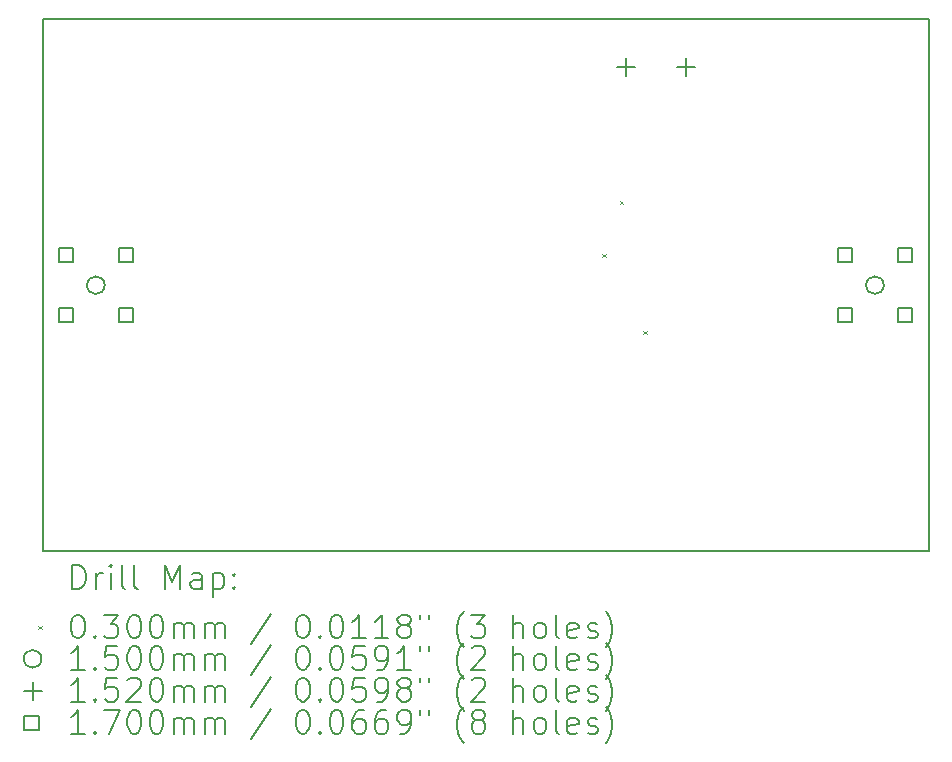
<source format=gbr>
%TF.GenerationSoftware,KiCad,Pcbnew,8.0.3*%
%TF.CreationDate,2024-06-21T17:49:07+08:00*%
%TF.ProjectId,LNA1690,4c4e4131-3639-4302-9e6b-696361645f70,rev?*%
%TF.SameCoordinates,Original*%
%TF.FileFunction,Drillmap*%
%TF.FilePolarity,Positive*%
%FSLAX45Y45*%
G04 Gerber Fmt 4.5, Leading zero omitted, Abs format (unit mm)*
G04 Created by KiCad (PCBNEW 8.0.3) date 2024-06-21 17:49:07*
%MOMM*%
%LPD*%
G01*
G04 APERTURE LIST*
%ADD10C,0.200000*%
%ADD11C,0.100000*%
%ADD12C,0.150000*%
%ADD13C,0.152000*%
%ADD14C,0.170000*%
G04 APERTURE END LIST*
D10*
X9500000Y-6000000D02*
X17000000Y-6000000D01*
X17000000Y-10500000D01*
X9500000Y-10500000D01*
X9500000Y-6000000D01*
D11*
X14235000Y-7985000D02*
X14265000Y-8015000D01*
X14265000Y-7985000D02*
X14235000Y-8015000D01*
X14385000Y-7535000D02*
X14415000Y-7565000D01*
X14415000Y-7535000D02*
X14385000Y-7565000D01*
X14585000Y-8635000D02*
X14615000Y-8665000D01*
X14615000Y-8635000D02*
X14585000Y-8665000D01*
D12*
X10025000Y-8250000D02*
G75*
G02*
X9875000Y-8250000I-75000J0D01*
G01*
X9875000Y-8250000D02*
G75*
G02*
X10025000Y-8250000I75000J0D01*
G01*
X16621000Y-8250000D02*
G75*
G02*
X16471000Y-8250000I-75000J0D01*
G01*
X16471000Y-8250000D02*
G75*
G02*
X16621000Y-8250000I75000J0D01*
G01*
D13*
X14442000Y-6324000D02*
X14442000Y-6476000D01*
X14366000Y-6400000D02*
X14518000Y-6400000D01*
X14950000Y-6324000D02*
X14950000Y-6476000D01*
X14874000Y-6400000D02*
X15026000Y-6400000D01*
D14*
X9756105Y-8056105D02*
X9756105Y-7935895D01*
X9635895Y-7935895D01*
X9635895Y-8056105D01*
X9756105Y-8056105D01*
X9756105Y-8564105D02*
X9756105Y-8443895D01*
X9635895Y-8443895D01*
X9635895Y-8564105D01*
X9756105Y-8564105D01*
X10264105Y-8056105D02*
X10264105Y-7935895D01*
X10143895Y-7935895D01*
X10143895Y-8056105D01*
X10264105Y-8056105D01*
X10264105Y-8564105D02*
X10264105Y-8443895D01*
X10143895Y-8443895D01*
X10143895Y-8564105D01*
X10264105Y-8564105D01*
X16352105Y-8056105D02*
X16352105Y-7935895D01*
X16231895Y-7935895D01*
X16231895Y-8056105D01*
X16352105Y-8056105D01*
X16352105Y-8564105D02*
X16352105Y-8443895D01*
X16231895Y-8443895D01*
X16231895Y-8564105D01*
X16352105Y-8564105D01*
X16860105Y-8056105D02*
X16860105Y-7935895D01*
X16739895Y-7935895D01*
X16739895Y-8056105D01*
X16860105Y-8056105D01*
X16860105Y-8564105D02*
X16860105Y-8443895D01*
X16739895Y-8443895D01*
X16739895Y-8564105D01*
X16860105Y-8564105D01*
D10*
X9750777Y-10821484D02*
X9750777Y-10621484D01*
X9750777Y-10621484D02*
X9798396Y-10621484D01*
X9798396Y-10621484D02*
X9826967Y-10631008D01*
X9826967Y-10631008D02*
X9846015Y-10650055D01*
X9846015Y-10650055D02*
X9855539Y-10669103D01*
X9855539Y-10669103D02*
X9865063Y-10707198D01*
X9865063Y-10707198D02*
X9865063Y-10735770D01*
X9865063Y-10735770D02*
X9855539Y-10773865D01*
X9855539Y-10773865D02*
X9846015Y-10792912D01*
X9846015Y-10792912D02*
X9826967Y-10811960D01*
X9826967Y-10811960D02*
X9798396Y-10821484D01*
X9798396Y-10821484D02*
X9750777Y-10821484D01*
X9950777Y-10821484D02*
X9950777Y-10688150D01*
X9950777Y-10726246D02*
X9960301Y-10707198D01*
X9960301Y-10707198D02*
X9969824Y-10697674D01*
X9969824Y-10697674D02*
X9988872Y-10688150D01*
X9988872Y-10688150D02*
X10007920Y-10688150D01*
X10074586Y-10821484D02*
X10074586Y-10688150D01*
X10074586Y-10621484D02*
X10065063Y-10631008D01*
X10065063Y-10631008D02*
X10074586Y-10640531D01*
X10074586Y-10640531D02*
X10084110Y-10631008D01*
X10084110Y-10631008D02*
X10074586Y-10621484D01*
X10074586Y-10621484D02*
X10074586Y-10640531D01*
X10198396Y-10821484D02*
X10179348Y-10811960D01*
X10179348Y-10811960D02*
X10169824Y-10792912D01*
X10169824Y-10792912D02*
X10169824Y-10621484D01*
X10303158Y-10821484D02*
X10284110Y-10811960D01*
X10284110Y-10811960D02*
X10274586Y-10792912D01*
X10274586Y-10792912D02*
X10274586Y-10621484D01*
X10531729Y-10821484D02*
X10531729Y-10621484D01*
X10531729Y-10621484D02*
X10598396Y-10764341D01*
X10598396Y-10764341D02*
X10665063Y-10621484D01*
X10665063Y-10621484D02*
X10665063Y-10821484D01*
X10846015Y-10821484D02*
X10846015Y-10716722D01*
X10846015Y-10716722D02*
X10836491Y-10697674D01*
X10836491Y-10697674D02*
X10817444Y-10688150D01*
X10817444Y-10688150D02*
X10779348Y-10688150D01*
X10779348Y-10688150D02*
X10760301Y-10697674D01*
X10846015Y-10811960D02*
X10826967Y-10821484D01*
X10826967Y-10821484D02*
X10779348Y-10821484D01*
X10779348Y-10821484D02*
X10760301Y-10811960D01*
X10760301Y-10811960D02*
X10750777Y-10792912D01*
X10750777Y-10792912D02*
X10750777Y-10773865D01*
X10750777Y-10773865D02*
X10760301Y-10754817D01*
X10760301Y-10754817D02*
X10779348Y-10745293D01*
X10779348Y-10745293D02*
X10826967Y-10745293D01*
X10826967Y-10745293D02*
X10846015Y-10735770D01*
X10941253Y-10688150D02*
X10941253Y-10888150D01*
X10941253Y-10697674D02*
X10960301Y-10688150D01*
X10960301Y-10688150D02*
X10998396Y-10688150D01*
X10998396Y-10688150D02*
X11017444Y-10697674D01*
X11017444Y-10697674D02*
X11026967Y-10707198D01*
X11026967Y-10707198D02*
X11036491Y-10726246D01*
X11036491Y-10726246D02*
X11036491Y-10783389D01*
X11036491Y-10783389D02*
X11026967Y-10802436D01*
X11026967Y-10802436D02*
X11017444Y-10811960D01*
X11017444Y-10811960D02*
X10998396Y-10821484D01*
X10998396Y-10821484D02*
X10960301Y-10821484D01*
X10960301Y-10821484D02*
X10941253Y-10811960D01*
X11122205Y-10802436D02*
X11131729Y-10811960D01*
X11131729Y-10811960D02*
X11122205Y-10821484D01*
X11122205Y-10821484D02*
X11112682Y-10811960D01*
X11112682Y-10811960D02*
X11122205Y-10802436D01*
X11122205Y-10802436D02*
X11122205Y-10821484D01*
X11122205Y-10697674D02*
X11131729Y-10707198D01*
X11131729Y-10707198D02*
X11122205Y-10716722D01*
X11122205Y-10716722D02*
X11112682Y-10707198D01*
X11112682Y-10707198D02*
X11122205Y-10697674D01*
X11122205Y-10697674D02*
X11122205Y-10716722D01*
D11*
X9460000Y-11135000D02*
X9490000Y-11165000D01*
X9490000Y-11135000D02*
X9460000Y-11165000D01*
D10*
X9788872Y-11041484D02*
X9807920Y-11041484D01*
X9807920Y-11041484D02*
X9826967Y-11051008D01*
X9826967Y-11051008D02*
X9836491Y-11060531D01*
X9836491Y-11060531D02*
X9846015Y-11079579D01*
X9846015Y-11079579D02*
X9855539Y-11117674D01*
X9855539Y-11117674D02*
X9855539Y-11165293D01*
X9855539Y-11165293D02*
X9846015Y-11203388D01*
X9846015Y-11203388D02*
X9836491Y-11222436D01*
X9836491Y-11222436D02*
X9826967Y-11231960D01*
X9826967Y-11231960D02*
X9807920Y-11241484D01*
X9807920Y-11241484D02*
X9788872Y-11241484D01*
X9788872Y-11241484D02*
X9769824Y-11231960D01*
X9769824Y-11231960D02*
X9760301Y-11222436D01*
X9760301Y-11222436D02*
X9750777Y-11203388D01*
X9750777Y-11203388D02*
X9741253Y-11165293D01*
X9741253Y-11165293D02*
X9741253Y-11117674D01*
X9741253Y-11117674D02*
X9750777Y-11079579D01*
X9750777Y-11079579D02*
X9760301Y-11060531D01*
X9760301Y-11060531D02*
X9769824Y-11051008D01*
X9769824Y-11051008D02*
X9788872Y-11041484D01*
X9941253Y-11222436D02*
X9950777Y-11231960D01*
X9950777Y-11231960D02*
X9941253Y-11241484D01*
X9941253Y-11241484D02*
X9931729Y-11231960D01*
X9931729Y-11231960D02*
X9941253Y-11222436D01*
X9941253Y-11222436D02*
X9941253Y-11241484D01*
X10017444Y-11041484D02*
X10141253Y-11041484D01*
X10141253Y-11041484D02*
X10074586Y-11117674D01*
X10074586Y-11117674D02*
X10103158Y-11117674D01*
X10103158Y-11117674D02*
X10122205Y-11127198D01*
X10122205Y-11127198D02*
X10131729Y-11136722D01*
X10131729Y-11136722D02*
X10141253Y-11155770D01*
X10141253Y-11155770D02*
X10141253Y-11203388D01*
X10141253Y-11203388D02*
X10131729Y-11222436D01*
X10131729Y-11222436D02*
X10122205Y-11231960D01*
X10122205Y-11231960D02*
X10103158Y-11241484D01*
X10103158Y-11241484D02*
X10046015Y-11241484D01*
X10046015Y-11241484D02*
X10026967Y-11231960D01*
X10026967Y-11231960D02*
X10017444Y-11222436D01*
X10265063Y-11041484D02*
X10284110Y-11041484D01*
X10284110Y-11041484D02*
X10303158Y-11051008D01*
X10303158Y-11051008D02*
X10312682Y-11060531D01*
X10312682Y-11060531D02*
X10322205Y-11079579D01*
X10322205Y-11079579D02*
X10331729Y-11117674D01*
X10331729Y-11117674D02*
X10331729Y-11165293D01*
X10331729Y-11165293D02*
X10322205Y-11203388D01*
X10322205Y-11203388D02*
X10312682Y-11222436D01*
X10312682Y-11222436D02*
X10303158Y-11231960D01*
X10303158Y-11231960D02*
X10284110Y-11241484D01*
X10284110Y-11241484D02*
X10265063Y-11241484D01*
X10265063Y-11241484D02*
X10246015Y-11231960D01*
X10246015Y-11231960D02*
X10236491Y-11222436D01*
X10236491Y-11222436D02*
X10226967Y-11203388D01*
X10226967Y-11203388D02*
X10217444Y-11165293D01*
X10217444Y-11165293D02*
X10217444Y-11117674D01*
X10217444Y-11117674D02*
X10226967Y-11079579D01*
X10226967Y-11079579D02*
X10236491Y-11060531D01*
X10236491Y-11060531D02*
X10246015Y-11051008D01*
X10246015Y-11051008D02*
X10265063Y-11041484D01*
X10455539Y-11041484D02*
X10474586Y-11041484D01*
X10474586Y-11041484D02*
X10493634Y-11051008D01*
X10493634Y-11051008D02*
X10503158Y-11060531D01*
X10503158Y-11060531D02*
X10512682Y-11079579D01*
X10512682Y-11079579D02*
X10522205Y-11117674D01*
X10522205Y-11117674D02*
X10522205Y-11165293D01*
X10522205Y-11165293D02*
X10512682Y-11203388D01*
X10512682Y-11203388D02*
X10503158Y-11222436D01*
X10503158Y-11222436D02*
X10493634Y-11231960D01*
X10493634Y-11231960D02*
X10474586Y-11241484D01*
X10474586Y-11241484D02*
X10455539Y-11241484D01*
X10455539Y-11241484D02*
X10436491Y-11231960D01*
X10436491Y-11231960D02*
X10426967Y-11222436D01*
X10426967Y-11222436D02*
X10417444Y-11203388D01*
X10417444Y-11203388D02*
X10407920Y-11165293D01*
X10407920Y-11165293D02*
X10407920Y-11117674D01*
X10407920Y-11117674D02*
X10417444Y-11079579D01*
X10417444Y-11079579D02*
X10426967Y-11060531D01*
X10426967Y-11060531D02*
X10436491Y-11051008D01*
X10436491Y-11051008D02*
X10455539Y-11041484D01*
X10607920Y-11241484D02*
X10607920Y-11108150D01*
X10607920Y-11127198D02*
X10617444Y-11117674D01*
X10617444Y-11117674D02*
X10636491Y-11108150D01*
X10636491Y-11108150D02*
X10665063Y-11108150D01*
X10665063Y-11108150D02*
X10684110Y-11117674D01*
X10684110Y-11117674D02*
X10693634Y-11136722D01*
X10693634Y-11136722D02*
X10693634Y-11241484D01*
X10693634Y-11136722D02*
X10703158Y-11117674D01*
X10703158Y-11117674D02*
X10722205Y-11108150D01*
X10722205Y-11108150D02*
X10750777Y-11108150D01*
X10750777Y-11108150D02*
X10769825Y-11117674D01*
X10769825Y-11117674D02*
X10779348Y-11136722D01*
X10779348Y-11136722D02*
X10779348Y-11241484D01*
X10874586Y-11241484D02*
X10874586Y-11108150D01*
X10874586Y-11127198D02*
X10884110Y-11117674D01*
X10884110Y-11117674D02*
X10903158Y-11108150D01*
X10903158Y-11108150D02*
X10931729Y-11108150D01*
X10931729Y-11108150D02*
X10950777Y-11117674D01*
X10950777Y-11117674D02*
X10960301Y-11136722D01*
X10960301Y-11136722D02*
X10960301Y-11241484D01*
X10960301Y-11136722D02*
X10969825Y-11117674D01*
X10969825Y-11117674D02*
X10988872Y-11108150D01*
X10988872Y-11108150D02*
X11017444Y-11108150D01*
X11017444Y-11108150D02*
X11036491Y-11117674D01*
X11036491Y-11117674D02*
X11046015Y-11136722D01*
X11046015Y-11136722D02*
X11046015Y-11241484D01*
X11436491Y-11031960D02*
X11265063Y-11289103D01*
X11693634Y-11041484D02*
X11712682Y-11041484D01*
X11712682Y-11041484D02*
X11731729Y-11051008D01*
X11731729Y-11051008D02*
X11741253Y-11060531D01*
X11741253Y-11060531D02*
X11750777Y-11079579D01*
X11750777Y-11079579D02*
X11760301Y-11117674D01*
X11760301Y-11117674D02*
X11760301Y-11165293D01*
X11760301Y-11165293D02*
X11750777Y-11203388D01*
X11750777Y-11203388D02*
X11741253Y-11222436D01*
X11741253Y-11222436D02*
X11731729Y-11231960D01*
X11731729Y-11231960D02*
X11712682Y-11241484D01*
X11712682Y-11241484D02*
X11693634Y-11241484D01*
X11693634Y-11241484D02*
X11674586Y-11231960D01*
X11674586Y-11231960D02*
X11665063Y-11222436D01*
X11665063Y-11222436D02*
X11655539Y-11203388D01*
X11655539Y-11203388D02*
X11646015Y-11165293D01*
X11646015Y-11165293D02*
X11646015Y-11117674D01*
X11646015Y-11117674D02*
X11655539Y-11079579D01*
X11655539Y-11079579D02*
X11665063Y-11060531D01*
X11665063Y-11060531D02*
X11674586Y-11051008D01*
X11674586Y-11051008D02*
X11693634Y-11041484D01*
X11846015Y-11222436D02*
X11855539Y-11231960D01*
X11855539Y-11231960D02*
X11846015Y-11241484D01*
X11846015Y-11241484D02*
X11836491Y-11231960D01*
X11836491Y-11231960D02*
X11846015Y-11222436D01*
X11846015Y-11222436D02*
X11846015Y-11241484D01*
X11979348Y-11041484D02*
X11998396Y-11041484D01*
X11998396Y-11041484D02*
X12017444Y-11051008D01*
X12017444Y-11051008D02*
X12026967Y-11060531D01*
X12026967Y-11060531D02*
X12036491Y-11079579D01*
X12036491Y-11079579D02*
X12046015Y-11117674D01*
X12046015Y-11117674D02*
X12046015Y-11165293D01*
X12046015Y-11165293D02*
X12036491Y-11203388D01*
X12036491Y-11203388D02*
X12026967Y-11222436D01*
X12026967Y-11222436D02*
X12017444Y-11231960D01*
X12017444Y-11231960D02*
X11998396Y-11241484D01*
X11998396Y-11241484D02*
X11979348Y-11241484D01*
X11979348Y-11241484D02*
X11960301Y-11231960D01*
X11960301Y-11231960D02*
X11950777Y-11222436D01*
X11950777Y-11222436D02*
X11941253Y-11203388D01*
X11941253Y-11203388D02*
X11931729Y-11165293D01*
X11931729Y-11165293D02*
X11931729Y-11117674D01*
X11931729Y-11117674D02*
X11941253Y-11079579D01*
X11941253Y-11079579D02*
X11950777Y-11060531D01*
X11950777Y-11060531D02*
X11960301Y-11051008D01*
X11960301Y-11051008D02*
X11979348Y-11041484D01*
X12236491Y-11241484D02*
X12122206Y-11241484D01*
X12179348Y-11241484D02*
X12179348Y-11041484D01*
X12179348Y-11041484D02*
X12160301Y-11070055D01*
X12160301Y-11070055D02*
X12141253Y-11089103D01*
X12141253Y-11089103D02*
X12122206Y-11098627D01*
X12426967Y-11241484D02*
X12312682Y-11241484D01*
X12369825Y-11241484D02*
X12369825Y-11041484D01*
X12369825Y-11041484D02*
X12350777Y-11070055D01*
X12350777Y-11070055D02*
X12331729Y-11089103D01*
X12331729Y-11089103D02*
X12312682Y-11098627D01*
X12541253Y-11127198D02*
X12522206Y-11117674D01*
X12522206Y-11117674D02*
X12512682Y-11108150D01*
X12512682Y-11108150D02*
X12503158Y-11089103D01*
X12503158Y-11089103D02*
X12503158Y-11079579D01*
X12503158Y-11079579D02*
X12512682Y-11060531D01*
X12512682Y-11060531D02*
X12522206Y-11051008D01*
X12522206Y-11051008D02*
X12541253Y-11041484D01*
X12541253Y-11041484D02*
X12579348Y-11041484D01*
X12579348Y-11041484D02*
X12598396Y-11051008D01*
X12598396Y-11051008D02*
X12607920Y-11060531D01*
X12607920Y-11060531D02*
X12617444Y-11079579D01*
X12617444Y-11079579D02*
X12617444Y-11089103D01*
X12617444Y-11089103D02*
X12607920Y-11108150D01*
X12607920Y-11108150D02*
X12598396Y-11117674D01*
X12598396Y-11117674D02*
X12579348Y-11127198D01*
X12579348Y-11127198D02*
X12541253Y-11127198D01*
X12541253Y-11127198D02*
X12522206Y-11136722D01*
X12522206Y-11136722D02*
X12512682Y-11146246D01*
X12512682Y-11146246D02*
X12503158Y-11165293D01*
X12503158Y-11165293D02*
X12503158Y-11203388D01*
X12503158Y-11203388D02*
X12512682Y-11222436D01*
X12512682Y-11222436D02*
X12522206Y-11231960D01*
X12522206Y-11231960D02*
X12541253Y-11241484D01*
X12541253Y-11241484D02*
X12579348Y-11241484D01*
X12579348Y-11241484D02*
X12598396Y-11231960D01*
X12598396Y-11231960D02*
X12607920Y-11222436D01*
X12607920Y-11222436D02*
X12617444Y-11203388D01*
X12617444Y-11203388D02*
X12617444Y-11165293D01*
X12617444Y-11165293D02*
X12607920Y-11146246D01*
X12607920Y-11146246D02*
X12598396Y-11136722D01*
X12598396Y-11136722D02*
X12579348Y-11127198D01*
X12693634Y-11041484D02*
X12693634Y-11079579D01*
X12769825Y-11041484D02*
X12769825Y-11079579D01*
X13065063Y-11317674D02*
X13055539Y-11308150D01*
X13055539Y-11308150D02*
X13036491Y-11279579D01*
X13036491Y-11279579D02*
X13026968Y-11260531D01*
X13026968Y-11260531D02*
X13017444Y-11231960D01*
X13017444Y-11231960D02*
X13007920Y-11184341D01*
X13007920Y-11184341D02*
X13007920Y-11146246D01*
X13007920Y-11146246D02*
X13017444Y-11098627D01*
X13017444Y-11098627D02*
X13026968Y-11070055D01*
X13026968Y-11070055D02*
X13036491Y-11051008D01*
X13036491Y-11051008D02*
X13055539Y-11022436D01*
X13055539Y-11022436D02*
X13065063Y-11012912D01*
X13122206Y-11041484D02*
X13246015Y-11041484D01*
X13246015Y-11041484D02*
X13179348Y-11117674D01*
X13179348Y-11117674D02*
X13207920Y-11117674D01*
X13207920Y-11117674D02*
X13226968Y-11127198D01*
X13226968Y-11127198D02*
X13236491Y-11136722D01*
X13236491Y-11136722D02*
X13246015Y-11155770D01*
X13246015Y-11155770D02*
X13246015Y-11203388D01*
X13246015Y-11203388D02*
X13236491Y-11222436D01*
X13236491Y-11222436D02*
X13226968Y-11231960D01*
X13226968Y-11231960D02*
X13207920Y-11241484D01*
X13207920Y-11241484D02*
X13150777Y-11241484D01*
X13150777Y-11241484D02*
X13131729Y-11231960D01*
X13131729Y-11231960D02*
X13122206Y-11222436D01*
X13484110Y-11241484D02*
X13484110Y-11041484D01*
X13569825Y-11241484D02*
X13569825Y-11136722D01*
X13569825Y-11136722D02*
X13560301Y-11117674D01*
X13560301Y-11117674D02*
X13541253Y-11108150D01*
X13541253Y-11108150D02*
X13512682Y-11108150D01*
X13512682Y-11108150D02*
X13493634Y-11117674D01*
X13493634Y-11117674D02*
X13484110Y-11127198D01*
X13693634Y-11241484D02*
X13674587Y-11231960D01*
X13674587Y-11231960D02*
X13665063Y-11222436D01*
X13665063Y-11222436D02*
X13655539Y-11203388D01*
X13655539Y-11203388D02*
X13655539Y-11146246D01*
X13655539Y-11146246D02*
X13665063Y-11127198D01*
X13665063Y-11127198D02*
X13674587Y-11117674D01*
X13674587Y-11117674D02*
X13693634Y-11108150D01*
X13693634Y-11108150D02*
X13722206Y-11108150D01*
X13722206Y-11108150D02*
X13741253Y-11117674D01*
X13741253Y-11117674D02*
X13750777Y-11127198D01*
X13750777Y-11127198D02*
X13760301Y-11146246D01*
X13760301Y-11146246D02*
X13760301Y-11203388D01*
X13760301Y-11203388D02*
X13750777Y-11222436D01*
X13750777Y-11222436D02*
X13741253Y-11231960D01*
X13741253Y-11231960D02*
X13722206Y-11241484D01*
X13722206Y-11241484D02*
X13693634Y-11241484D01*
X13874587Y-11241484D02*
X13855539Y-11231960D01*
X13855539Y-11231960D02*
X13846015Y-11212912D01*
X13846015Y-11212912D02*
X13846015Y-11041484D01*
X14026968Y-11231960D02*
X14007920Y-11241484D01*
X14007920Y-11241484D02*
X13969825Y-11241484D01*
X13969825Y-11241484D02*
X13950777Y-11231960D01*
X13950777Y-11231960D02*
X13941253Y-11212912D01*
X13941253Y-11212912D02*
X13941253Y-11136722D01*
X13941253Y-11136722D02*
X13950777Y-11117674D01*
X13950777Y-11117674D02*
X13969825Y-11108150D01*
X13969825Y-11108150D02*
X14007920Y-11108150D01*
X14007920Y-11108150D02*
X14026968Y-11117674D01*
X14026968Y-11117674D02*
X14036491Y-11136722D01*
X14036491Y-11136722D02*
X14036491Y-11155770D01*
X14036491Y-11155770D02*
X13941253Y-11174817D01*
X14112682Y-11231960D02*
X14131730Y-11241484D01*
X14131730Y-11241484D02*
X14169825Y-11241484D01*
X14169825Y-11241484D02*
X14188872Y-11231960D01*
X14188872Y-11231960D02*
X14198396Y-11212912D01*
X14198396Y-11212912D02*
X14198396Y-11203388D01*
X14198396Y-11203388D02*
X14188872Y-11184341D01*
X14188872Y-11184341D02*
X14169825Y-11174817D01*
X14169825Y-11174817D02*
X14141253Y-11174817D01*
X14141253Y-11174817D02*
X14122206Y-11165293D01*
X14122206Y-11165293D02*
X14112682Y-11146246D01*
X14112682Y-11146246D02*
X14112682Y-11136722D01*
X14112682Y-11136722D02*
X14122206Y-11117674D01*
X14122206Y-11117674D02*
X14141253Y-11108150D01*
X14141253Y-11108150D02*
X14169825Y-11108150D01*
X14169825Y-11108150D02*
X14188872Y-11117674D01*
X14265063Y-11317674D02*
X14274587Y-11308150D01*
X14274587Y-11308150D02*
X14293634Y-11279579D01*
X14293634Y-11279579D02*
X14303158Y-11260531D01*
X14303158Y-11260531D02*
X14312682Y-11231960D01*
X14312682Y-11231960D02*
X14322206Y-11184341D01*
X14322206Y-11184341D02*
X14322206Y-11146246D01*
X14322206Y-11146246D02*
X14312682Y-11098627D01*
X14312682Y-11098627D02*
X14303158Y-11070055D01*
X14303158Y-11070055D02*
X14293634Y-11051008D01*
X14293634Y-11051008D02*
X14274587Y-11022436D01*
X14274587Y-11022436D02*
X14265063Y-11012912D01*
D12*
X9490000Y-11414000D02*
G75*
G02*
X9340000Y-11414000I-75000J0D01*
G01*
X9340000Y-11414000D02*
G75*
G02*
X9490000Y-11414000I75000J0D01*
G01*
D10*
X9855539Y-11505484D02*
X9741253Y-11505484D01*
X9798396Y-11505484D02*
X9798396Y-11305484D01*
X9798396Y-11305484D02*
X9779348Y-11334055D01*
X9779348Y-11334055D02*
X9760301Y-11353103D01*
X9760301Y-11353103D02*
X9741253Y-11362627D01*
X9941253Y-11486436D02*
X9950777Y-11495960D01*
X9950777Y-11495960D02*
X9941253Y-11505484D01*
X9941253Y-11505484D02*
X9931729Y-11495960D01*
X9931729Y-11495960D02*
X9941253Y-11486436D01*
X9941253Y-11486436D02*
X9941253Y-11505484D01*
X10131729Y-11305484D02*
X10036491Y-11305484D01*
X10036491Y-11305484D02*
X10026967Y-11400722D01*
X10026967Y-11400722D02*
X10036491Y-11391198D01*
X10036491Y-11391198D02*
X10055539Y-11381674D01*
X10055539Y-11381674D02*
X10103158Y-11381674D01*
X10103158Y-11381674D02*
X10122205Y-11391198D01*
X10122205Y-11391198D02*
X10131729Y-11400722D01*
X10131729Y-11400722D02*
X10141253Y-11419769D01*
X10141253Y-11419769D02*
X10141253Y-11467388D01*
X10141253Y-11467388D02*
X10131729Y-11486436D01*
X10131729Y-11486436D02*
X10122205Y-11495960D01*
X10122205Y-11495960D02*
X10103158Y-11505484D01*
X10103158Y-11505484D02*
X10055539Y-11505484D01*
X10055539Y-11505484D02*
X10036491Y-11495960D01*
X10036491Y-11495960D02*
X10026967Y-11486436D01*
X10265063Y-11305484D02*
X10284110Y-11305484D01*
X10284110Y-11305484D02*
X10303158Y-11315008D01*
X10303158Y-11315008D02*
X10312682Y-11324531D01*
X10312682Y-11324531D02*
X10322205Y-11343579D01*
X10322205Y-11343579D02*
X10331729Y-11381674D01*
X10331729Y-11381674D02*
X10331729Y-11429293D01*
X10331729Y-11429293D02*
X10322205Y-11467388D01*
X10322205Y-11467388D02*
X10312682Y-11486436D01*
X10312682Y-11486436D02*
X10303158Y-11495960D01*
X10303158Y-11495960D02*
X10284110Y-11505484D01*
X10284110Y-11505484D02*
X10265063Y-11505484D01*
X10265063Y-11505484D02*
X10246015Y-11495960D01*
X10246015Y-11495960D02*
X10236491Y-11486436D01*
X10236491Y-11486436D02*
X10226967Y-11467388D01*
X10226967Y-11467388D02*
X10217444Y-11429293D01*
X10217444Y-11429293D02*
X10217444Y-11381674D01*
X10217444Y-11381674D02*
X10226967Y-11343579D01*
X10226967Y-11343579D02*
X10236491Y-11324531D01*
X10236491Y-11324531D02*
X10246015Y-11315008D01*
X10246015Y-11315008D02*
X10265063Y-11305484D01*
X10455539Y-11305484D02*
X10474586Y-11305484D01*
X10474586Y-11305484D02*
X10493634Y-11315008D01*
X10493634Y-11315008D02*
X10503158Y-11324531D01*
X10503158Y-11324531D02*
X10512682Y-11343579D01*
X10512682Y-11343579D02*
X10522205Y-11381674D01*
X10522205Y-11381674D02*
X10522205Y-11429293D01*
X10522205Y-11429293D02*
X10512682Y-11467388D01*
X10512682Y-11467388D02*
X10503158Y-11486436D01*
X10503158Y-11486436D02*
X10493634Y-11495960D01*
X10493634Y-11495960D02*
X10474586Y-11505484D01*
X10474586Y-11505484D02*
X10455539Y-11505484D01*
X10455539Y-11505484D02*
X10436491Y-11495960D01*
X10436491Y-11495960D02*
X10426967Y-11486436D01*
X10426967Y-11486436D02*
X10417444Y-11467388D01*
X10417444Y-11467388D02*
X10407920Y-11429293D01*
X10407920Y-11429293D02*
X10407920Y-11381674D01*
X10407920Y-11381674D02*
X10417444Y-11343579D01*
X10417444Y-11343579D02*
X10426967Y-11324531D01*
X10426967Y-11324531D02*
X10436491Y-11315008D01*
X10436491Y-11315008D02*
X10455539Y-11305484D01*
X10607920Y-11505484D02*
X10607920Y-11372150D01*
X10607920Y-11391198D02*
X10617444Y-11381674D01*
X10617444Y-11381674D02*
X10636491Y-11372150D01*
X10636491Y-11372150D02*
X10665063Y-11372150D01*
X10665063Y-11372150D02*
X10684110Y-11381674D01*
X10684110Y-11381674D02*
X10693634Y-11400722D01*
X10693634Y-11400722D02*
X10693634Y-11505484D01*
X10693634Y-11400722D02*
X10703158Y-11381674D01*
X10703158Y-11381674D02*
X10722205Y-11372150D01*
X10722205Y-11372150D02*
X10750777Y-11372150D01*
X10750777Y-11372150D02*
X10769825Y-11381674D01*
X10769825Y-11381674D02*
X10779348Y-11400722D01*
X10779348Y-11400722D02*
X10779348Y-11505484D01*
X10874586Y-11505484D02*
X10874586Y-11372150D01*
X10874586Y-11391198D02*
X10884110Y-11381674D01*
X10884110Y-11381674D02*
X10903158Y-11372150D01*
X10903158Y-11372150D02*
X10931729Y-11372150D01*
X10931729Y-11372150D02*
X10950777Y-11381674D01*
X10950777Y-11381674D02*
X10960301Y-11400722D01*
X10960301Y-11400722D02*
X10960301Y-11505484D01*
X10960301Y-11400722D02*
X10969825Y-11381674D01*
X10969825Y-11381674D02*
X10988872Y-11372150D01*
X10988872Y-11372150D02*
X11017444Y-11372150D01*
X11017444Y-11372150D02*
X11036491Y-11381674D01*
X11036491Y-11381674D02*
X11046015Y-11400722D01*
X11046015Y-11400722D02*
X11046015Y-11505484D01*
X11436491Y-11295960D02*
X11265063Y-11553103D01*
X11693634Y-11305484D02*
X11712682Y-11305484D01*
X11712682Y-11305484D02*
X11731729Y-11315008D01*
X11731729Y-11315008D02*
X11741253Y-11324531D01*
X11741253Y-11324531D02*
X11750777Y-11343579D01*
X11750777Y-11343579D02*
X11760301Y-11381674D01*
X11760301Y-11381674D02*
X11760301Y-11429293D01*
X11760301Y-11429293D02*
X11750777Y-11467388D01*
X11750777Y-11467388D02*
X11741253Y-11486436D01*
X11741253Y-11486436D02*
X11731729Y-11495960D01*
X11731729Y-11495960D02*
X11712682Y-11505484D01*
X11712682Y-11505484D02*
X11693634Y-11505484D01*
X11693634Y-11505484D02*
X11674586Y-11495960D01*
X11674586Y-11495960D02*
X11665063Y-11486436D01*
X11665063Y-11486436D02*
X11655539Y-11467388D01*
X11655539Y-11467388D02*
X11646015Y-11429293D01*
X11646015Y-11429293D02*
X11646015Y-11381674D01*
X11646015Y-11381674D02*
X11655539Y-11343579D01*
X11655539Y-11343579D02*
X11665063Y-11324531D01*
X11665063Y-11324531D02*
X11674586Y-11315008D01*
X11674586Y-11315008D02*
X11693634Y-11305484D01*
X11846015Y-11486436D02*
X11855539Y-11495960D01*
X11855539Y-11495960D02*
X11846015Y-11505484D01*
X11846015Y-11505484D02*
X11836491Y-11495960D01*
X11836491Y-11495960D02*
X11846015Y-11486436D01*
X11846015Y-11486436D02*
X11846015Y-11505484D01*
X11979348Y-11305484D02*
X11998396Y-11305484D01*
X11998396Y-11305484D02*
X12017444Y-11315008D01*
X12017444Y-11315008D02*
X12026967Y-11324531D01*
X12026967Y-11324531D02*
X12036491Y-11343579D01*
X12036491Y-11343579D02*
X12046015Y-11381674D01*
X12046015Y-11381674D02*
X12046015Y-11429293D01*
X12046015Y-11429293D02*
X12036491Y-11467388D01*
X12036491Y-11467388D02*
X12026967Y-11486436D01*
X12026967Y-11486436D02*
X12017444Y-11495960D01*
X12017444Y-11495960D02*
X11998396Y-11505484D01*
X11998396Y-11505484D02*
X11979348Y-11505484D01*
X11979348Y-11505484D02*
X11960301Y-11495960D01*
X11960301Y-11495960D02*
X11950777Y-11486436D01*
X11950777Y-11486436D02*
X11941253Y-11467388D01*
X11941253Y-11467388D02*
X11931729Y-11429293D01*
X11931729Y-11429293D02*
X11931729Y-11381674D01*
X11931729Y-11381674D02*
X11941253Y-11343579D01*
X11941253Y-11343579D02*
X11950777Y-11324531D01*
X11950777Y-11324531D02*
X11960301Y-11315008D01*
X11960301Y-11315008D02*
X11979348Y-11305484D01*
X12226967Y-11305484D02*
X12131729Y-11305484D01*
X12131729Y-11305484D02*
X12122206Y-11400722D01*
X12122206Y-11400722D02*
X12131729Y-11391198D01*
X12131729Y-11391198D02*
X12150777Y-11381674D01*
X12150777Y-11381674D02*
X12198396Y-11381674D01*
X12198396Y-11381674D02*
X12217444Y-11391198D01*
X12217444Y-11391198D02*
X12226967Y-11400722D01*
X12226967Y-11400722D02*
X12236491Y-11419769D01*
X12236491Y-11419769D02*
X12236491Y-11467388D01*
X12236491Y-11467388D02*
X12226967Y-11486436D01*
X12226967Y-11486436D02*
X12217444Y-11495960D01*
X12217444Y-11495960D02*
X12198396Y-11505484D01*
X12198396Y-11505484D02*
X12150777Y-11505484D01*
X12150777Y-11505484D02*
X12131729Y-11495960D01*
X12131729Y-11495960D02*
X12122206Y-11486436D01*
X12331729Y-11505484D02*
X12369825Y-11505484D01*
X12369825Y-11505484D02*
X12388872Y-11495960D01*
X12388872Y-11495960D02*
X12398396Y-11486436D01*
X12398396Y-11486436D02*
X12417444Y-11457865D01*
X12417444Y-11457865D02*
X12426967Y-11419769D01*
X12426967Y-11419769D02*
X12426967Y-11343579D01*
X12426967Y-11343579D02*
X12417444Y-11324531D01*
X12417444Y-11324531D02*
X12407920Y-11315008D01*
X12407920Y-11315008D02*
X12388872Y-11305484D01*
X12388872Y-11305484D02*
X12350777Y-11305484D01*
X12350777Y-11305484D02*
X12331729Y-11315008D01*
X12331729Y-11315008D02*
X12322206Y-11324531D01*
X12322206Y-11324531D02*
X12312682Y-11343579D01*
X12312682Y-11343579D02*
X12312682Y-11391198D01*
X12312682Y-11391198D02*
X12322206Y-11410246D01*
X12322206Y-11410246D02*
X12331729Y-11419769D01*
X12331729Y-11419769D02*
X12350777Y-11429293D01*
X12350777Y-11429293D02*
X12388872Y-11429293D01*
X12388872Y-11429293D02*
X12407920Y-11419769D01*
X12407920Y-11419769D02*
X12417444Y-11410246D01*
X12417444Y-11410246D02*
X12426967Y-11391198D01*
X12617444Y-11505484D02*
X12503158Y-11505484D01*
X12560301Y-11505484D02*
X12560301Y-11305484D01*
X12560301Y-11305484D02*
X12541253Y-11334055D01*
X12541253Y-11334055D02*
X12522206Y-11353103D01*
X12522206Y-11353103D02*
X12503158Y-11362627D01*
X12693634Y-11305484D02*
X12693634Y-11343579D01*
X12769825Y-11305484D02*
X12769825Y-11343579D01*
X13065063Y-11581674D02*
X13055539Y-11572150D01*
X13055539Y-11572150D02*
X13036491Y-11543579D01*
X13036491Y-11543579D02*
X13026968Y-11524531D01*
X13026968Y-11524531D02*
X13017444Y-11495960D01*
X13017444Y-11495960D02*
X13007920Y-11448341D01*
X13007920Y-11448341D02*
X13007920Y-11410246D01*
X13007920Y-11410246D02*
X13017444Y-11362627D01*
X13017444Y-11362627D02*
X13026968Y-11334055D01*
X13026968Y-11334055D02*
X13036491Y-11315008D01*
X13036491Y-11315008D02*
X13055539Y-11286436D01*
X13055539Y-11286436D02*
X13065063Y-11276912D01*
X13131729Y-11324531D02*
X13141253Y-11315008D01*
X13141253Y-11315008D02*
X13160301Y-11305484D01*
X13160301Y-11305484D02*
X13207920Y-11305484D01*
X13207920Y-11305484D02*
X13226968Y-11315008D01*
X13226968Y-11315008D02*
X13236491Y-11324531D01*
X13236491Y-11324531D02*
X13246015Y-11343579D01*
X13246015Y-11343579D02*
X13246015Y-11362627D01*
X13246015Y-11362627D02*
X13236491Y-11391198D01*
X13236491Y-11391198D02*
X13122206Y-11505484D01*
X13122206Y-11505484D02*
X13246015Y-11505484D01*
X13484110Y-11505484D02*
X13484110Y-11305484D01*
X13569825Y-11505484D02*
X13569825Y-11400722D01*
X13569825Y-11400722D02*
X13560301Y-11381674D01*
X13560301Y-11381674D02*
X13541253Y-11372150D01*
X13541253Y-11372150D02*
X13512682Y-11372150D01*
X13512682Y-11372150D02*
X13493634Y-11381674D01*
X13493634Y-11381674D02*
X13484110Y-11391198D01*
X13693634Y-11505484D02*
X13674587Y-11495960D01*
X13674587Y-11495960D02*
X13665063Y-11486436D01*
X13665063Y-11486436D02*
X13655539Y-11467388D01*
X13655539Y-11467388D02*
X13655539Y-11410246D01*
X13655539Y-11410246D02*
X13665063Y-11391198D01*
X13665063Y-11391198D02*
X13674587Y-11381674D01*
X13674587Y-11381674D02*
X13693634Y-11372150D01*
X13693634Y-11372150D02*
X13722206Y-11372150D01*
X13722206Y-11372150D02*
X13741253Y-11381674D01*
X13741253Y-11381674D02*
X13750777Y-11391198D01*
X13750777Y-11391198D02*
X13760301Y-11410246D01*
X13760301Y-11410246D02*
X13760301Y-11467388D01*
X13760301Y-11467388D02*
X13750777Y-11486436D01*
X13750777Y-11486436D02*
X13741253Y-11495960D01*
X13741253Y-11495960D02*
X13722206Y-11505484D01*
X13722206Y-11505484D02*
X13693634Y-11505484D01*
X13874587Y-11505484D02*
X13855539Y-11495960D01*
X13855539Y-11495960D02*
X13846015Y-11476912D01*
X13846015Y-11476912D02*
X13846015Y-11305484D01*
X14026968Y-11495960D02*
X14007920Y-11505484D01*
X14007920Y-11505484D02*
X13969825Y-11505484D01*
X13969825Y-11505484D02*
X13950777Y-11495960D01*
X13950777Y-11495960D02*
X13941253Y-11476912D01*
X13941253Y-11476912D02*
X13941253Y-11400722D01*
X13941253Y-11400722D02*
X13950777Y-11381674D01*
X13950777Y-11381674D02*
X13969825Y-11372150D01*
X13969825Y-11372150D02*
X14007920Y-11372150D01*
X14007920Y-11372150D02*
X14026968Y-11381674D01*
X14026968Y-11381674D02*
X14036491Y-11400722D01*
X14036491Y-11400722D02*
X14036491Y-11419769D01*
X14036491Y-11419769D02*
X13941253Y-11438817D01*
X14112682Y-11495960D02*
X14131730Y-11505484D01*
X14131730Y-11505484D02*
X14169825Y-11505484D01*
X14169825Y-11505484D02*
X14188872Y-11495960D01*
X14188872Y-11495960D02*
X14198396Y-11476912D01*
X14198396Y-11476912D02*
X14198396Y-11467388D01*
X14198396Y-11467388D02*
X14188872Y-11448341D01*
X14188872Y-11448341D02*
X14169825Y-11438817D01*
X14169825Y-11438817D02*
X14141253Y-11438817D01*
X14141253Y-11438817D02*
X14122206Y-11429293D01*
X14122206Y-11429293D02*
X14112682Y-11410246D01*
X14112682Y-11410246D02*
X14112682Y-11400722D01*
X14112682Y-11400722D02*
X14122206Y-11381674D01*
X14122206Y-11381674D02*
X14141253Y-11372150D01*
X14141253Y-11372150D02*
X14169825Y-11372150D01*
X14169825Y-11372150D02*
X14188872Y-11381674D01*
X14265063Y-11581674D02*
X14274587Y-11572150D01*
X14274587Y-11572150D02*
X14293634Y-11543579D01*
X14293634Y-11543579D02*
X14303158Y-11524531D01*
X14303158Y-11524531D02*
X14312682Y-11495960D01*
X14312682Y-11495960D02*
X14322206Y-11448341D01*
X14322206Y-11448341D02*
X14322206Y-11410246D01*
X14322206Y-11410246D02*
X14312682Y-11362627D01*
X14312682Y-11362627D02*
X14303158Y-11334055D01*
X14303158Y-11334055D02*
X14293634Y-11315008D01*
X14293634Y-11315008D02*
X14274587Y-11286436D01*
X14274587Y-11286436D02*
X14265063Y-11276912D01*
D13*
X9414000Y-11608000D02*
X9414000Y-11760000D01*
X9338000Y-11684000D02*
X9490000Y-11684000D01*
D10*
X9855539Y-11775484D02*
X9741253Y-11775484D01*
X9798396Y-11775484D02*
X9798396Y-11575484D01*
X9798396Y-11575484D02*
X9779348Y-11604055D01*
X9779348Y-11604055D02*
X9760301Y-11623103D01*
X9760301Y-11623103D02*
X9741253Y-11632627D01*
X9941253Y-11756436D02*
X9950777Y-11765960D01*
X9950777Y-11765960D02*
X9941253Y-11775484D01*
X9941253Y-11775484D02*
X9931729Y-11765960D01*
X9931729Y-11765960D02*
X9941253Y-11756436D01*
X9941253Y-11756436D02*
X9941253Y-11775484D01*
X10131729Y-11575484D02*
X10036491Y-11575484D01*
X10036491Y-11575484D02*
X10026967Y-11670722D01*
X10026967Y-11670722D02*
X10036491Y-11661198D01*
X10036491Y-11661198D02*
X10055539Y-11651674D01*
X10055539Y-11651674D02*
X10103158Y-11651674D01*
X10103158Y-11651674D02*
X10122205Y-11661198D01*
X10122205Y-11661198D02*
X10131729Y-11670722D01*
X10131729Y-11670722D02*
X10141253Y-11689769D01*
X10141253Y-11689769D02*
X10141253Y-11737388D01*
X10141253Y-11737388D02*
X10131729Y-11756436D01*
X10131729Y-11756436D02*
X10122205Y-11765960D01*
X10122205Y-11765960D02*
X10103158Y-11775484D01*
X10103158Y-11775484D02*
X10055539Y-11775484D01*
X10055539Y-11775484D02*
X10036491Y-11765960D01*
X10036491Y-11765960D02*
X10026967Y-11756436D01*
X10217444Y-11594531D02*
X10226967Y-11585008D01*
X10226967Y-11585008D02*
X10246015Y-11575484D01*
X10246015Y-11575484D02*
X10293634Y-11575484D01*
X10293634Y-11575484D02*
X10312682Y-11585008D01*
X10312682Y-11585008D02*
X10322205Y-11594531D01*
X10322205Y-11594531D02*
X10331729Y-11613579D01*
X10331729Y-11613579D02*
X10331729Y-11632627D01*
X10331729Y-11632627D02*
X10322205Y-11661198D01*
X10322205Y-11661198D02*
X10207920Y-11775484D01*
X10207920Y-11775484D02*
X10331729Y-11775484D01*
X10455539Y-11575484D02*
X10474586Y-11575484D01*
X10474586Y-11575484D02*
X10493634Y-11585008D01*
X10493634Y-11585008D02*
X10503158Y-11594531D01*
X10503158Y-11594531D02*
X10512682Y-11613579D01*
X10512682Y-11613579D02*
X10522205Y-11651674D01*
X10522205Y-11651674D02*
X10522205Y-11699293D01*
X10522205Y-11699293D02*
X10512682Y-11737388D01*
X10512682Y-11737388D02*
X10503158Y-11756436D01*
X10503158Y-11756436D02*
X10493634Y-11765960D01*
X10493634Y-11765960D02*
X10474586Y-11775484D01*
X10474586Y-11775484D02*
X10455539Y-11775484D01*
X10455539Y-11775484D02*
X10436491Y-11765960D01*
X10436491Y-11765960D02*
X10426967Y-11756436D01*
X10426967Y-11756436D02*
X10417444Y-11737388D01*
X10417444Y-11737388D02*
X10407920Y-11699293D01*
X10407920Y-11699293D02*
X10407920Y-11651674D01*
X10407920Y-11651674D02*
X10417444Y-11613579D01*
X10417444Y-11613579D02*
X10426967Y-11594531D01*
X10426967Y-11594531D02*
X10436491Y-11585008D01*
X10436491Y-11585008D02*
X10455539Y-11575484D01*
X10607920Y-11775484D02*
X10607920Y-11642150D01*
X10607920Y-11661198D02*
X10617444Y-11651674D01*
X10617444Y-11651674D02*
X10636491Y-11642150D01*
X10636491Y-11642150D02*
X10665063Y-11642150D01*
X10665063Y-11642150D02*
X10684110Y-11651674D01*
X10684110Y-11651674D02*
X10693634Y-11670722D01*
X10693634Y-11670722D02*
X10693634Y-11775484D01*
X10693634Y-11670722D02*
X10703158Y-11651674D01*
X10703158Y-11651674D02*
X10722205Y-11642150D01*
X10722205Y-11642150D02*
X10750777Y-11642150D01*
X10750777Y-11642150D02*
X10769825Y-11651674D01*
X10769825Y-11651674D02*
X10779348Y-11670722D01*
X10779348Y-11670722D02*
X10779348Y-11775484D01*
X10874586Y-11775484D02*
X10874586Y-11642150D01*
X10874586Y-11661198D02*
X10884110Y-11651674D01*
X10884110Y-11651674D02*
X10903158Y-11642150D01*
X10903158Y-11642150D02*
X10931729Y-11642150D01*
X10931729Y-11642150D02*
X10950777Y-11651674D01*
X10950777Y-11651674D02*
X10960301Y-11670722D01*
X10960301Y-11670722D02*
X10960301Y-11775484D01*
X10960301Y-11670722D02*
X10969825Y-11651674D01*
X10969825Y-11651674D02*
X10988872Y-11642150D01*
X10988872Y-11642150D02*
X11017444Y-11642150D01*
X11017444Y-11642150D02*
X11036491Y-11651674D01*
X11036491Y-11651674D02*
X11046015Y-11670722D01*
X11046015Y-11670722D02*
X11046015Y-11775484D01*
X11436491Y-11565960D02*
X11265063Y-11823103D01*
X11693634Y-11575484D02*
X11712682Y-11575484D01*
X11712682Y-11575484D02*
X11731729Y-11585008D01*
X11731729Y-11585008D02*
X11741253Y-11594531D01*
X11741253Y-11594531D02*
X11750777Y-11613579D01*
X11750777Y-11613579D02*
X11760301Y-11651674D01*
X11760301Y-11651674D02*
X11760301Y-11699293D01*
X11760301Y-11699293D02*
X11750777Y-11737388D01*
X11750777Y-11737388D02*
X11741253Y-11756436D01*
X11741253Y-11756436D02*
X11731729Y-11765960D01*
X11731729Y-11765960D02*
X11712682Y-11775484D01*
X11712682Y-11775484D02*
X11693634Y-11775484D01*
X11693634Y-11775484D02*
X11674586Y-11765960D01*
X11674586Y-11765960D02*
X11665063Y-11756436D01*
X11665063Y-11756436D02*
X11655539Y-11737388D01*
X11655539Y-11737388D02*
X11646015Y-11699293D01*
X11646015Y-11699293D02*
X11646015Y-11651674D01*
X11646015Y-11651674D02*
X11655539Y-11613579D01*
X11655539Y-11613579D02*
X11665063Y-11594531D01*
X11665063Y-11594531D02*
X11674586Y-11585008D01*
X11674586Y-11585008D02*
X11693634Y-11575484D01*
X11846015Y-11756436D02*
X11855539Y-11765960D01*
X11855539Y-11765960D02*
X11846015Y-11775484D01*
X11846015Y-11775484D02*
X11836491Y-11765960D01*
X11836491Y-11765960D02*
X11846015Y-11756436D01*
X11846015Y-11756436D02*
X11846015Y-11775484D01*
X11979348Y-11575484D02*
X11998396Y-11575484D01*
X11998396Y-11575484D02*
X12017444Y-11585008D01*
X12017444Y-11585008D02*
X12026967Y-11594531D01*
X12026967Y-11594531D02*
X12036491Y-11613579D01*
X12036491Y-11613579D02*
X12046015Y-11651674D01*
X12046015Y-11651674D02*
X12046015Y-11699293D01*
X12046015Y-11699293D02*
X12036491Y-11737388D01*
X12036491Y-11737388D02*
X12026967Y-11756436D01*
X12026967Y-11756436D02*
X12017444Y-11765960D01*
X12017444Y-11765960D02*
X11998396Y-11775484D01*
X11998396Y-11775484D02*
X11979348Y-11775484D01*
X11979348Y-11775484D02*
X11960301Y-11765960D01*
X11960301Y-11765960D02*
X11950777Y-11756436D01*
X11950777Y-11756436D02*
X11941253Y-11737388D01*
X11941253Y-11737388D02*
X11931729Y-11699293D01*
X11931729Y-11699293D02*
X11931729Y-11651674D01*
X11931729Y-11651674D02*
X11941253Y-11613579D01*
X11941253Y-11613579D02*
X11950777Y-11594531D01*
X11950777Y-11594531D02*
X11960301Y-11585008D01*
X11960301Y-11585008D02*
X11979348Y-11575484D01*
X12226967Y-11575484D02*
X12131729Y-11575484D01*
X12131729Y-11575484D02*
X12122206Y-11670722D01*
X12122206Y-11670722D02*
X12131729Y-11661198D01*
X12131729Y-11661198D02*
X12150777Y-11651674D01*
X12150777Y-11651674D02*
X12198396Y-11651674D01*
X12198396Y-11651674D02*
X12217444Y-11661198D01*
X12217444Y-11661198D02*
X12226967Y-11670722D01*
X12226967Y-11670722D02*
X12236491Y-11689769D01*
X12236491Y-11689769D02*
X12236491Y-11737388D01*
X12236491Y-11737388D02*
X12226967Y-11756436D01*
X12226967Y-11756436D02*
X12217444Y-11765960D01*
X12217444Y-11765960D02*
X12198396Y-11775484D01*
X12198396Y-11775484D02*
X12150777Y-11775484D01*
X12150777Y-11775484D02*
X12131729Y-11765960D01*
X12131729Y-11765960D02*
X12122206Y-11756436D01*
X12331729Y-11775484D02*
X12369825Y-11775484D01*
X12369825Y-11775484D02*
X12388872Y-11765960D01*
X12388872Y-11765960D02*
X12398396Y-11756436D01*
X12398396Y-11756436D02*
X12417444Y-11727865D01*
X12417444Y-11727865D02*
X12426967Y-11689769D01*
X12426967Y-11689769D02*
X12426967Y-11613579D01*
X12426967Y-11613579D02*
X12417444Y-11594531D01*
X12417444Y-11594531D02*
X12407920Y-11585008D01*
X12407920Y-11585008D02*
X12388872Y-11575484D01*
X12388872Y-11575484D02*
X12350777Y-11575484D01*
X12350777Y-11575484D02*
X12331729Y-11585008D01*
X12331729Y-11585008D02*
X12322206Y-11594531D01*
X12322206Y-11594531D02*
X12312682Y-11613579D01*
X12312682Y-11613579D02*
X12312682Y-11661198D01*
X12312682Y-11661198D02*
X12322206Y-11680246D01*
X12322206Y-11680246D02*
X12331729Y-11689769D01*
X12331729Y-11689769D02*
X12350777Y-11699293D01*
X12350777Y-11699293D02*
X12388872Y-11699293D01*
X12388872Y-11699293D02*
X12407920Y-11689769D01*
X12407920Y-11689769D02*
X12417444Y-11680246D01*
X12417444Y-11680246D02*
X12426967Y-11661198D01*
X12541253Y-11661198D02*
X12522206Y-11651674D01*
X12522206Y-11651674D02*
X12512682Y-11642150D01*
X12512682Y-11642150D02*
X12503158Y-11623103D01*
X12503158Y-11623103D02*
X12503158Y-11613579D01*
X12503158Y-11613579D02*
X12512682Y-11594531D01*
X12512682Y-11594531D02*
X12522206Y-11585008D01*
X12522206Y-11585008D02*
X12541253Y-11575484D01*
X12541253Y-11575484D02*
X12579348Y-11575484D01*
X12579348Y-11575484D02*
X12598396Y-11585008D01*
X12598396Y-11585008D02*
X12607920Y-11594531D01*
X12607920Y-11594531D02*
X12617444Y-11613579D01*
X12617444Y-11613579D02*
X12617444Y-11623103D01*
X12617444Y-11623103D02*
X12607920Y-11642150D01*
X12607920Y-11642150D02*
X12598396Y-11651674D01*
X12598396Y-11651674D02*
X12579348Y-11661198D01*
X12579348Y-11661198D02*
X12541253Y-11661198D01*
X12541253Y-11661198D02*
X12522206Y-11670722D01*
X12522206Y-11670722D02*
X12512682Y-11680246D01*
X12512682Y-11680246D02*
X12503158Y-11699293D01*
X12503158Y-11699293D02*
X12503158Y-11737388D01*
X12503158Y-11737388D02*
X12512682Y-11756436D01*
X12512682Y-11756436D02*
X12522206Y-11765960D01*
X12522206Y-11765960D02*
X12541253Y-11775484D01*
X12541253Y-11775484D02*
X12579348Y-11775484D01*
X12579348Y-11775484D02*
X12598396Y-11765960D01*
X12598396Y-11765960D02*
X12607920Y-11756436D01*
X12607920Y-11756436D02*
X12617444Y-11737388D01*
X12617444Y-11737388D02*
X12617444Y-11699293D01*
X12617444Y-11699293D02*
X12607920Y-11680246D01*
X12607920Y-11680246D02*
X12598396Y-11670722D01*
X12598396Y-11670722D02*
X12579348Y-11661198D01*
X12693634Y-11575484D02*
X12693634Y-11613579D01*
X12769825Y-11575484D02*
X12769825Y-11613579D01*
X13065063Y-11851674D02*
X13055539Y-11842150D01*
X13055539Y-11842150D02*
X13036491Y-11813579D01*
X13036491Y-11813579D02*
X13026968Y-11794531D01*
X13026968Y-11794531D02*
X13017444Y-11765960D01*
X13017444Y-11765960D02*
X13007920Y-11718341D01*
X13007920Y-11718341D02*
X13007920Y-11680246D01*
X13007920Y-11680246D02*
X13017444Y-11632627D01*
X13017444Y-11632627D02*
X13026968Y-11604055D01*
X13026968Y-11604055D02*
X13036491Y-11585008D01*
X13036491Y-11585008D02*
X13055539Y-11556436D01*
X13055539Y-11556436D02*
X13065063Y-11546912D01*
X13131729Y-11594531D02*
X13141253Y-11585008D01*
X13141253Y-11585008D02*
X13160301Y-11575484D01*
X13160301Y-11575484D02*
X13207920Y-11575484D01*
X13207920Y-11575484D02*
X13226968Y-11585008D01*
X13226968Y-11585008D02*
X13236491Y-11594531D01*
X13236491Y-11594531D02*
X13246015Y-11613579D01*
X13246015Y-11613579D02*
X13246015Y-11632627D01*
X13246015Y-11632627D02*
X13236491Y-11661198D01*
X13236491Y-11661198D02*
X13122206Y-11775484D01*
X13122206Y-11775484D02*
X13246015Y-11775484D01*
X13484110Y-11775484D02*
X13484110Y-11575484D01*
X13569825Y-11775484D02*
X13569825Y-11670722D01*
X13569825Y-11670722D02*
X13560301Y-11651674D01*
X13560301Y-11651674D02*
X13541253Y-11642150D01*
X13541253Y-11642150D02*
X13512682Y-11642150D01*
X13512682Y-11642150D02*
X13493634Y-11651674D01*
X13493634Y-11651674D02*
X13484110Y-11661198D01*
X13693634Y-11775484D02*
X13674587Y-11765960D01*
X13674587Y-11765960D02*
X13665063Y-11756436D01*
X13665063Y-11756436D02*
X13655539Y-11737388D01*
X13655539Y-11737388D02*
X13655539Y-11680246D01*
X13655539Y-11680246D02*
X13665063Y-11661198D01*
X13665063Y-11661198D02*
X13674587Y-11651674D01*
X13674587Y-11651674D02*
X13693634Y-11642150D01*
X13693634Y-11642150D02*
X13722206Y-11642150D01*
X13722206Y-11642150D02*
X13741253Y-11651674D01*
X13741253Y-11651674D02*
X13750777Y-11661198D01*
X13750777Y-11661198D02*
X13760301Y-11680246D01*
X13760301Y-11680246D02*
X13760301Y-11737388D01*
X13760301Y-11737388D02*
X13750777Y-11756436D01*
X13750777Y-11756436D02*
X13741253Y-11765960D01*
X13741253Y-11765960D02*
X13722206Y-11775484D01*
X13722206Y-11775484D02*
X13693634Y-11775484D01*
X13874587Y-11775484D02*
X13855539Y-11765960D01*
X13855539Y-11765960D02*
X13846015Y-11746912D01*
X13846015Y-11746912D02*
X13846015Y-11575484D01*
X14026968Y-11765960D02*
X14007920Y-11775484D01*
X14007920Y-11775484D02*
X13969825Y-11775484D01*
X13969825Y-11775484D02*
X13950777Y-11765960D01*
X13950777Y-11765960D02*
X13941253Y-11746912D01*
X13941253Y-11746912D02*
X13941253Y-11670722D01*
X13941253Y-11670722D02*
X13950777Y-11651674D01*
X13950777Y-11651674D02*
X13969825Y-11642150D01*
X13969825Y-11642150D02*
X14007920Y-11642150D01*
X14007920Y-11642150D02*
X14026968Y-11651674D01*
X14026968Y-11651674D02*
X14036491Y-11670722D01*
X14036491Y-11670722D02*
X14036491Y-11689769D01*
X14036491Y-11689769D02*
X13941253Y-11708817D01*
X14112682Y-11765960D02*
X14131730Y-11775484D01*
X14131730Y-11775484D02*
X14169825Y-11775484D01*
X14169825Y-11775484D02*
X14188872Y-11765960D01*
X14188872Y-11765960D02*
X14198396Y-11746912D01*
X14198396Y-11746912D02*
X14198396Y-11737388D01*
X14198396Y-11737388D02*
X14188872Y-11718341D01*
X14188872Y-11718341D02*
X14169825Y-11708817D01*
X14169825Y-11708817D02*
X14141253Y-11708817D01*
X14141253Y-11708817D02*
X14122206Y-11699293D01*
X14122206Y-11699293D02*
X14112682Y-11680246D01*
X14112682Y-11680246D02*
X14112682Y-11670722D01*
X14112682Y-11670722D02*
X14122206Y-11651674D01*
X14122206Y-11651674D02*
X14141253Y-11642150D01*
X14141253Y-11642150D02*
X14169825Y-11642150D01*
X14169825Y-11642150D02*
X14188872Y-11651674D01*
X14265063Y-11851674D02*
X14274587Y-11842150D01*
X14274587Y-11842150D02*
X14293634Y-11813579D01*
X14293634Y-11813579D02*
X14303158Y-11794531D01*
X14303158Y-11794531D02*
X14312682Y-11765960D01*
X14312682Y-11765960D02*
X14322206Y-11718341D01*
X14322206Y-11718341D02*
X14322206Y-11680246D01*
X14322206Y-11680246D02*
X14312682Y-11632627D01*
X14312682Y-11632627D02*
X14303158Y-11604055D01*
X14303158Y-11604055D02*
X14293634Y-11585008D01*
X14293634Y-11585008D02*
X14274587Y-11556436D01*
X14274587Y-11556436D02*
X14265063Y-11546912D01*
D14*
X9465105Y-12016105D02*
X9465105Y-11895895D01*
X9344895Y-11895895D01*
X9344895Y-12016105D01*
X9465105Y-12016105D01*
D10*
X9855539Y-12047484D02*
X9741253Y-12047484D01*
X9798396Y-12047484D02*
X9798396Y-11847484D01*
X9798396Y-11847484D02*
X9779348Y-11876055D01*
X9779348Y-11876055D02*
X9760301Y-11895103D01*
X9760301Y-11895103D02*
X9741253Y-11904627D01*
X9941253Y-12028436D02*
X9950777Y-12037960D01*
X9950777Y-12037960D02*
X9941253Y-12047484D01*
X9941253Y-12047484D02*
X9931729Y-12037960D01*
X9931729Y-12037960D02*
X9941253Y-12028436D01*
X9941253Y-12028436D02*
X9941253Y-12047484D01*
X10017444Y-11847484D02*
X10150777Y-11847484D01*
X10150777Y-11847484D02*
X10065063Y-12047484D01*
X10265063Y-11847484D02*
X10284110Y-11847484D01*
X10284110Y-11847484D02*
X10303158Y-11857008D01*
X10303158Y-11857008D02*
X10312682Y-11866531D01*
X10312682Y-11866531D02*
X10322205Y-11885579D01*
X10322205Y-11885579D02*
X10331729Y-11923674D01*
X10331729Y-11923674D02*
X10331729Y-11971293D01*
X10331729Y-11971293D02*
X10322205Y-12009388D01*
X10322205Y-12009388D02*
X10312682Y-12028436D01*
X10312682Y-12028436D02*
X10303158Y-12037960D01*
X10303158Y-12037960D02*
X10284110Y-12047484D01*
X10284110Y-12047484D02*
X10265063Y-12047484D01*
X10265063Y-12047484D02*
X10246015Y-12037960D01*
X10246015Y-12037960D02*
X10236491Y-12028436D01*
X10236491Y-12028436D02*
X10226967Y-12009388D01*
X10226967Y-12009388D02*
X10217444Y-11971293D01*
X10217444Y-11971293D02*
X10217444Y-11923674D01*
X10217444Y-11923674D02*
X10226967Y-11885579D01*
X10226967Y-11885579D02*
X10236491Y-11866531D01*
X10236491Y-11866531D02*
X10246015Y-11857008D01*
X10246015Y-11857008D02*
X10265063Y-11847484D01*
X10455539Y-11847484D02*
X10474586Y-11847484D01*
X10474586Y-11847484D02*
X10493634Y-11857008D01*
X10493634Y-11857008D02*
X10503158Y-11866531D01*
X10503158Y-11866531D02*
X10512682Y-11885579D01*
X10512682Y-11885579D02*
X10522205Y-11923674D01*
X10522205Y-11923674D02*
X10522205Y-11971293D01*
X10522205Y-11971293D02*
X10512682Y-12009388D01*
X10512682Y-12009388D02*
X10503158Y-12028436D01*
X10503158Y-12028436D02*
X10493634Y-12037960D01*
X10493634Y-12037960D02*
X10474586Y-12047484D01*
X10474586Y-12047484D02*
X10455539Y-12047484D01*
X10455539Y-12047484D02*
X10436491Y-12037960D01*
X10436491Y-12037960D02*
X10426967Y-12028436D01*
X10426967Y-12028436D02*
X10417444Y-12009388D01*
X10417444Y-12009388D02*
X10407920Y-11971293D01*
X10407920Y-11971293D02*
X10407920Y-11923674D01*
X10407920Y-11923674D02*
X10417444Y-11885579D01*
X10417444Y-11885579D02*
X10426967Y-11866531D01*
X10426967Y-11866531D02*
X10436491Y-11857008D01*
X10436491Y-11857008D02*
X10455539Y-11847484D01*
X10607920Y-12047484D02*
X10607920Y-11914150D01*
X10607920Y-11933198D02*
X10617444Y-11923674D01*
X10617444Y-11923674D02*
X10636491Y-11914150D01*
X10636491Y-11914150D02*
X10665063Y-11914150D01*
X10665063Y-11914150D02*
X10684110Y-11923674D01*
X10684110Y-11923674D02*
X10693634Y-11942722D01*
X10693634Y-11942722D02*
X10693634Y-12047484D01*
X10693634Y-11942722D02*
X10703158Y-11923674D01*
X10703158Y-11923674D02*
X10722205Y-11914150D01*
X10722205Y-11914150D02*
X10750777Y-11914150D01*
X10750777Y-11914150D02*
X10769825Y-11923674D01*
X10769825Y-11923674D02*
X10779348Y-11942722D01*
X10779348Y-11942722D02*
X10779348Y-12047484D01*
X10874586Y-12047484D02*
X10874586Y-11914150D01*
X10874586Y-11933198D02*
X10884110Y-11923674D01*
X10884110Y-11923674D02*
X10903158Y-11914150D01*
X10903158Y-11914150D02*
X10931729Y-11914150D01*
X10931729Y-11914150D02*
X10950777Y-11923674D01*
X10950777Y-11923674D02*
X10960301Y-11942722D01*
X10960301Y-11942722D02*
X10960301Y-12047484D01*
X10960301Y-11942722D02*
X10969825Y-11923674D01*
X10969825Y-11923674D02*
X10988872Y-11914150D01*
X10988872Y-11914150D02*
X11017444Y-11914150D01*
X11017444Y-11914150D02*
X11036491Y-11923674D01*
X11036491Y-11923674D02*
X11046015Y-11942722D01*
X11046015Y-11942722D02*
X11046015Y-12047484D01*
X11436491Y-11837960D02*
X11265063Y-12095103D01*
X11693634Y-11847484D02*
X11712682Y-11847484D01*
X11712682Y-11847484D02*
X11731729Y-11857008D01*
X11731729Y-11857008D02*
X11741253Y-11866531D01*
X11741253Y-11866531D02*
X11750777Y-11885579D01*
X11750777Y-11885579D02*
X11760301Y-11923674D01*
X11760301Y-11923674D02*
X11760301Y-11971293D01*
X11760301Y-11971293D02*
X11750777Y-12009388D01*
X11750777Y-12009388D02*
X11741253Y-12028436D01*
X11741253Y-12028436D02*
X11731729Y-12037960D01*
X11731729Y-12037960D02*
X11712682Y-12047484D01*
X11712682Y-12047484D02*
X11693634Y-12047484D01*
X11693634Y-12047484D02*
X11674586Y-12037960D01*
X11674586Y-12037960D02*
X11665063Y-12028436D01*
X11665063Y-12028436D02*
X11655539Y-12009388D01*
X11655539Y-12009388D02*
X11646015Y-11971293D01*
X11646015Y-11971293D02*
X11646015Y-11923674D01*
X11646015Y-11923674D02*
X11655539Y-11885579D01*
X11655539Y-11885579D02*
X11665063Y-11866531D01*
X11665063Y-11866531D02*
X11674586Y-11857008D01*
X11674586Y-11857008D02*
X11693634Y-11847484D01*
X11846015Y-12028436D02*
X11855539Y-12037960D01*
X11855539Y-12037960D02*
X11846015Y-12047484D01*
X11846015Y-12047484D02*
X11836491Y-12037960D01*
X11836491Y-12037960D02*
X11846015Y-12028436D01*
X11846015Y-12028436D02*
X11846015Y-12047484D01*
X11979348Y-11847484D02*
X11998396Y-11847484D01*
X11998396Y-11847484D02*
X12017444Y-11857008D01*
X12017444Y-11857008D02*
X12026967Y-11866531D01*
X12026967Y-11866531D02*
X12036491Y-11885579D01*
X12036491Y-11885579D02*
X12046015Y-11923674D01*
X12046015Y-11923674D02*
X12046015Y-11971293D01*
X12046015Y-11971293D02*
X12036491Y-12009388D01*
X12036491Y-12009388D02*
X12026967Y-12028436D01*
X12026967Y-12028436D02*
X12017444Y-12037960D01*
X12017444Y-12037960D02*
X11998396Y-12047484D01*
X11998396Y-12047484D02*
X11979348Y-12047484D01*
X11979348Y-12047484D02*
X11960301Y-12037960D01*
X11960301Y-12037960D02*
X11950777Y-12028436D01*
X11950777Y-12028436D02*
X11941253Y-12009388D01*
X11941253Y-12009388D02*
X11931729Y-11971293D01*
X11931729Y-11971293D02*
X11931729Y-11923674D01*
X11931729Y-11923674D02*
X11941253Y-11885579D01*
X11941253Y-11885579D02*
X11950777Y-11866531D01*
X11950777Y-11866531D02*
X11960301Y-11857008D01*
X11960301Y-11857008D02*
X11979348Y-11847484D01*
X12217444Y-11847484D02*
X12179348Y-11847484D01*
X12179348Y-11847484D02*
X12160301Y-11857008D01*
X12160301Y-11857008D02*
X12150777Y-11866531D01*
X12150777Y-11866531D02*
X12131729Y-11895103D01*
X12131729Y-11895103D02*
X12122206Y-11933198D01*
X12122206Y-11933198D02*
X12122206Y-12009388D01*
X12122206Y-12009388D02*
X12131729Y-12028436D01*
X12131729Y-12028436D02*
X12141253Y-12037960D01*
X12141253Y-12037960D02*
X12160301Y-12047484D01*
X12160301Y-12047484D02*
X12198396Y-12047484D01*
X12198396Y-12047484D02*
X12217444Y-12037960D01*
X12217444Y-12037960D02*
X12226967Y-12028436D01*
X12226967Y-12028436D02*
X12236491Y-12009388D01*
X12236491Y-12009388D02*
X12236491Y-11961769D01*
X12236491Y-11961769D02*
X12226967Y-11942722D01*
X12226967Y-11942722D02*
X12217444Y-11933198D01*
X12217444Y-11933198D02*
X12198396Y-11923674D01*
X12198396Y-11923674D02*
X12160301Y-11923674D01*
X12160301Y-11923674D02*
X12141253Y-11933198D01*
X12141253Y-11933198D02*
X12131729Y-11942722D01*
X12131729Y-11942722D02*
X12122206Y-11961769D01*
X12407920Y-11847484D02*
X12369825Y-11847484D01*
X12369825Y-11847484D02*
X12350777Y-11857008D01*
X12350777Y-11857008D02*
X12341253Y-11866531D01*
X12341253Y-11866531D02*
X12322206Y-11895103D01*
X12322206Y-11895103D02*
X12312682Y-11933198D01*
X12312682Y-11933198D02*
X12312682Y-12009388D01*
X12312682Y-12009388D02*
X12322206Y-12028436D01*
X12322206Y-12028436D02*
X12331729Y-12037960D01*
X12331729Y-12037960D02*
X12350777Y-12047484D01*
X12350777Y-12047484D02*
X12388872Y-12047484D01*
X12388872Y-12047484D02*
X12407920Y-12037960D01*
X12407920Y-12037960D02*
X12417444Y-12028436D01*
X12417444Y-12028436D02*
X12426967Y-12009388D01*
X12426967Y-12009388D02*
X12426967Y-11961769D01*
X12426967Y-11961769D02*
X12417444Y-11942722D01*
X12417444Y-11942722D02*
X12407920Y-11933198D01*
X12407920Y-11933198D02*
X12388872Y-11923674D01*
X12388872Y-11923674D02*
X12350777Y-11923674D01*
X12350777Y-11923674D02*
X12331729Y-11933198D01*
X12331729Y-11933198D02*
X12322206Y-11942722D01*
X12322206Y-11942722D02*
X12312682Y-11961769D01*
X12522206Y-12047484D02*
X12560301Y-12047484D01*
X12560301Y-12047484D02*
X12579348Y-12037960D01*
X12579348Y-12037960D02*
X12588872Y-12028436D01*
X12588872Y-12028436D02*
X12607920Y-11999865D01*
X12607920Y-11999865D02*
X12617444Y-11961769D01*
X12617444Y-11961769D02*
X12617444Y-11885579D01*
X12617444Y-11885579D02*
X12607920Y-11866531D01*
X12607920Y-11866531D02*
X12598396Y-11857008D01*
X12598396Y-11857008D02*
X12579348Y-11847484D01*
X12579348Y-11847484D02*
X12541253Y-11847484D01*
X12541253Y-11847484D02*
X12522206Y-11857008D01*
X12522206Y-11857008D02*
X12512682Y-11866531D01*
X12512682Y-11866531D02*
X12503158Y-11885579D01*
X12503158Y-11885579D02*
X12503158Y-11933198D01*
X12503158Y-11933198D02*
X12512682Y-11952246D01*
X12512682Y-11952246D02*
X12522206Y-11961769D01*
X12522206Y-11961769D02*
X12541253Y-11971293D01*
X12541253Y-11971293D02*
X12579348Y-11971293D01*
X12579348Y-11971293D02*
X12598396Y-11961769D01*
X12598396Y-11961769D02*
X12607920Y-11952246D01*
X12607920Y-11952246D02*
X12617444Y-11933198D01*
X12693634Y-11847484D02*
X12693634Y-11885579D01*
X12769825Y-11847484D02*
X12769825Y-11885579D01*
X13065063Y-12123674D02*
X13055539Y-12114150D01*
X13055539Y-12114150D02*
X13036491Y-12085579D01*
X13036491Y-12085579D02*
X13026968Y-12066531D01*
X13026968Y-12066531D02*
X13017444Y-12037960D01*
X13017444Y-12037960D02*
X13007920Y-11990341D01*
X13007920Y-11990341D02*
X13007920Y-11952246D01*
X13007920Y-11952246D02*
X13017444Y-11904627D01*
X13017444Y-11904627D02*
X13026968Y-11876055D01*
X13026968Y-11876055D02*
X13036491Y-11857008D01*
X13036491Y-11857008D02*
X13055539Y-11828436D01*
X13055539Y-11828436D02*
X13065063Y-11818912D01*
X13169825Y-11933198D02*
X13150777Y-11923674D01*
X13150777Y-11923674D02*
X13141253Y-11914150D01*
X13141253Y-11914150D02*
X13131729Y-11895103D01*
X13131729Y-11895103D02*
X13131729Y-11885579D01*
X13131729Y-11885579D02*
X13141253Y-11866531D01*
X13141253Y-11866531D02*
X13150777Y-11857008D01*
X13150777Y-11857008D02*
X13169825Y-11847484D01*
X13169825Y-11847484D02*
X13207920Y-11847484D01*
X13207920Y-11847484D02*
X13226968Y-11857008D01*
X13226968Y-11857008D02*
X13236491Y-11866531D01*
X13236491Y-11866531D02*
X13246015Y-11885579D01*
X13246015Y-11885579D02*
X13246015Y-11895103D01*
X13246015Y-11895103D02*
X13236491Y-11914150D01*
X13236491Y-11914150D02*
X13226968Y-11923674D01*
X13226968Y-11923674D02*
X13207920Y-11933198D01*
X13207920Y-11933198D02*
X13169825Y-11933198D01*
X13169825Y-11933198D02*
X13150777Y-11942722D01*
X13150777Y-11942722D02*
X13141253Y-11952246D01*
X13141253Y-11952246D02*
X13131729Y-11971293D01*
X13131729Y-11971293D02*
X13131729Y-12009388D01*
X13131729Y-12009388D02*
X13141253Y-12028436D01*
X13141253Y-12028436D02*
X13150777Y-12037960D01*
X13150777Y-12037960D02*
X13169825Y-12047484D01*
X13169825Y-12047484D02*
X13207920Y-12047484D01*
X13207920Y-12047484D02*
X13226968Y-12037960D01*
X13226968Y-12037960D02*
X13236491Y-12028436D01*
X13236491Y-12028436D02*
X13246015Y-12009388D01*
X13246015Y-12009388D02*
X13246015Y-11971293D01*
X13246015Y-11971293D02*
X13236491Y-11952246D01*
X13236491Y-11952246D02*
X13226968Y-11942722D01*
X13226968Y-11942722D02*
X13207920Y-11933198D01*
X13484110Y-12047484D02*
X13484110Y-11847484D01*
X13569825Y-12047484D02*
X13569825Y-11942722D01*
X13569825Y-11942722D02*
X13560301Y-11923674D01*
X13560301Y-11923674D02*
X13541253Y-11914150D01*
X13541253Y-11914150D02*
X13512682Y-11914150D01*
X13512682Y-11914150D02*
X13493634Y-11923674D01*
X13493634Y-11923674D02*
X13484110Y-11933198D01*
X13693634Y-12047484D02*
X13674587Y-12037960D01*
X13674587Y-12037960D02*
X13665063Y-12028436D01*
X13665063Y-12028436D02*
X13655539Y-12009388D01*
X13655539Y-12009388D02*
X13655539Y-11952246D01*
X13655539Y-11952246D02*
X13665063Y-11933198D01*
X13665063Y-11933198D02*
X13674587Y-11923674D01*
X13674587Y-11923674D02*
X13693634Y-11914150D01*
X13693634Y-11914150D02*
X13722206Y-11914150D01*
X13722206Y-11914150D02*
X13741253Y-11923674D01*
X13741253Y-11923674D02*
X13750777Y-11933198D01*
X13750777Y-11933198D02*
X13760301Y-11952246D01*
X13760301Y-11952246D02*
X13760301Y-12009388D01*
X13760301Y-12009388D02*
X13750777Y-12028436D01*
X13750777Y-12028436D02*
X13741253Y-12037960D01*
X13741253Y-12037960D02*
X13722206Y-12047484D01*
X13722206Y-12047484D02*
X13693634Y-12047484D01*
X13874587Y-12047484D02*
X13855539Y-12037960D01*
X13855539Y-12037960D02*
X13846015Y-12018912D01*
X13846015Y-12018912D02*
X13846015Y-11847484D01*
X14026968Y-12037960D02*
X14007920Y-12047484D01*
X14007920Y-12047484D02*
X13969825Y-12047484D01*
X13969825Y-12047484D02*
X13950777Y-12037960D01*
X13950777Y-12037960D02*
X13941253Y-12018912D01*
X13941253Y-12018912D02*
X13941253Y-11942722D01*
X13941253Y-11942722D02*
X13950777Y-11923674D01*
X13950777Y-11923674D02*
X13969825Y-11914150D01*
X13969825Y-11914150D02*
X14007920Y-11914150D01*
X14007920Y-11914150D02*
X14026968Y-11923674D01*
X14026968Y-11923674D02*
X14036491Y-11942722D01*
X14036491Y-11942722D02*
X14036491Y-11961769D01*
X14036491Y-11961769D02*
X13941253Y-11980817D01*
X14112682Y-12037960D02*
X14131730Y-12047484D01*
X14131730Y-12047484D02*
X14169825Y-12047484D01*
X14169825Y-12047484D02*
X14188872Y-12037960D01*
X14188872Y-12037960D02*
X14198396Y-12018912D01*
X14198396Y-12018912D02*
X14198396Y-12009388D01*
X14198396Y-12009388D02*
X14188872Y-11990341D01*
X14188872Y-11990341D02*
X14169825Y-11980817D01*
X14169825Y-11980817D02*
X14141253Y-11980817D01*
X14141253Y-11980817D02*
X14122206Y-11971293D01*
X14122206Y-11971293D02*
X14112682Y-11952246D01*
X14112682Y-11952246D02*
X14112682Y-11942722D01*
X14112682Y-11942722D02*
X14122206Y-11923674D01*
X14122206Y-11923674D02*
X14141253Y-11914150D01*
X14141253Y-11914150D02*
X14169825Y-11914150D01*
X14169825Y-11914150D02*
X14188872Y-11923674D01*
X14265063Y-12123674D02*
X14274587Y-12114150D01*
X14274587Y-12114150D02*
X14293634Y-12085579D01*
X14293634Y-12085579D02*
X14303158Y-12066531D01*
X14303158Y-12066531D02*
X14312682Y-12037960D01*
X14312682Y-12037960D02*
X14322206Y-11990341D01*
X14322206Y-11990341D02*
X14322206Y-11952246D01*
X14322206Y-11952246D02*
X14312682Y-11904627D01*
X14312682Y-11904627D02*
X14303158Y-11876055D01*
X14303158Y-11876055D02*
X14293634Y-11857008D01*
X14293634Y-11857008D02*
X14274587Y-11828436D01*
X14274587Y-11828436D02*
X14265063Y-11818912D01*
M02*

</source>
